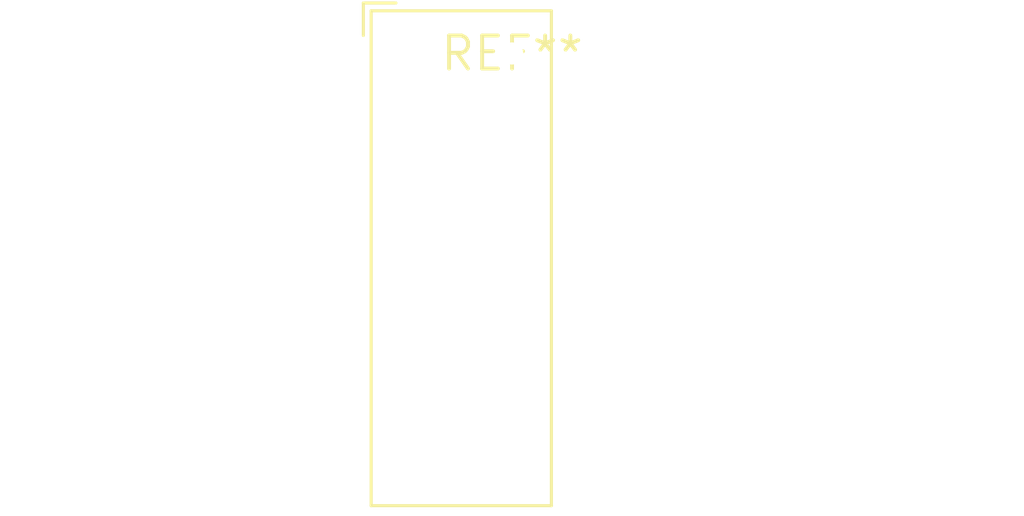
<source format=kicad_pcb>
(kicad_pcb (version 20240108) (generator pcbnew)
  (layers (0 "F.Cu" signal) (31 "B.Cu" signal) (34 "B.Paste" user) (35 "F.Paste" user) (36 "B.SilkS" user "B.Silkscreen") (37 "F.SilkS" user "F.Silkscreen") (38 "B.Mask" user) (39 "F.Mask" user) (44 "Edge.Cuts" user))
  (net 0 "")
  (footprint "Converter_DCDC_XP_POWER-IA48xxS_THT" (layer "F.Cu") (at 0 0)
    (property "Reference" "REF**")
    (property "Value" "Converter_DCDC_XP_POWER-IA48xxS_THT")
    (fp_line (start -5.71 -1.94) (end -5.71 -0.69) (layer "F.SilkS") (stroke (width 0.12)))
    (fp_line (start -5.41 -1.64) (end -5.41 17.38) (layer "F.SilkS") (stroke (width 0.12)))
    (fp_line (start -5.41 17.38) (end 1.51 17.38) (layer "F.SilkS") (stroke (width 0.12)))
    (fp_line (start -4.46 -1.94) (end -5.71 -1.94) (layer "F.SilkS") (stroke (width 0.12)))
    (fp_line (start 1.51 -1.64) (end -5.41 -1.64) (layer "F.SilkS") (stroke (width 0.12)))
    (fp_line (start 1.51 17.38) (end 1.51 -1.64) (layer "F.SilkS") (stroke (width 0.12)))
    (pad "1" thru_hole rect (at 0 0) (size 1.85 1.85) (drill 0.85) (layers *.Cu *.Mask) (remove_unused_layers))
    (pad "2" thru_hole circle (at 0 2.54) (size 1.85 1.85) (drill 0.85) (layers *.Cu *.Mask) (remove_unused_layers))
    (pad "4" thru_hole circle (at 0 7.62) (size 1.85 1.85) (drill 0.85) (layers *.Cu *.Mask) (remove_unused_layers))
    (pad "5" thru_hole circle (at 0 10.16) (size 1.85 1.85) (drill 0.85) (layers *.Cu *.Mask) (remove_unused_layers))
    (pad "6" thru_hole circle (at 0 12.7) (size 1.85 1.85) (drill 0.85) (layers *.Cu *.Mask) (remove_unused_layers))
  )
)
</source>
